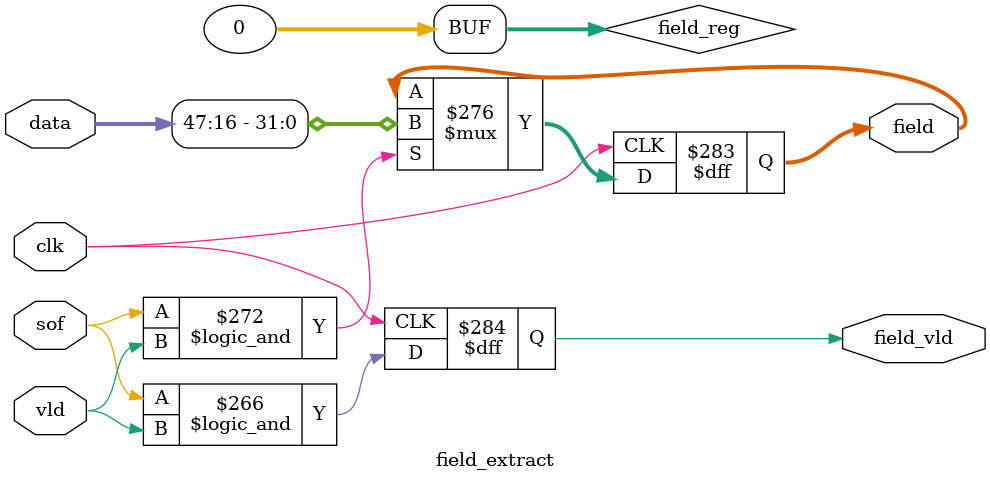
<source format=v>
/**
 * Extract a field of BYTES width from an incoming packet at offset OFFSET.
 * Provides the field and asserts valid when field has been extracted.
 *
 * Valid is asserted for a single cycle as soon as the field is 'valid'.
 *
 * (c) 2015 Exablaze Pty Ltd
 */
module field_extract
#
(
  parameter BYTES = 4,
  parameter OFFSET = 2,
  parameter MAX_OFFSET = BYTES + OFFSET
)
(
  input                     clk,
  input   [63:0]            data,
  input                     sof,
  input                     vld,

  output reg [BYTES*8-1:0]  field,
  output reg                field_vld = 0
);


/* Count of number of cycles (sets of 8 bytes). */
reg [7:0] count = 0;
reg [BYTES*8-1:0] field_reg = 0;
genvar i;

always @ (posedge clk) begin
  if (sof & vld) begin
    count <= 0;
  end else if (vld) begin
    count <= count + 1;
  end
end

/* Choose byte offset from input data. */
function [2:0] INPUT_OFFSET_THIS_BEAT;
  input [7:0] beat;
begin
  if (beat == OFFSET[10:3])
    INPUT_OFFSET_THIS_BEAT = OFFSET[2:0];
  else
    INPUT_OFFSET_THIS_BEAT = 0;
end endfunction

/* Get offset byte in the output data. */
function [7:0] OUTPUT_OFFSET_THIS_BEAT;
  input [7:0] beat;
  integer first_beat_bytes;
begin
  first_beat_bytes = 8 - OFFSET[2:0];
  OUTPUT_OFFSET_THIS_BEAT = 0;
  if (beat > OFFSET[10:3]) begin
    OUTPUT_OFFSET_THIS_BEAT = first_beat_bytes + (beat - OFFSET[10:3] - 1)*8;
  end
end endfunction

/* Determine the number of bytes we need to extract on a given beat of the
 * input data. */
function [7:0] BYTES_THIS_BEAT;
  input [7:0] beat;
begin

  if (beat == OFFSET[10:3]) begin
    /* First beat on any alignment. */
    BYTES_THIS_BEAT = (8 - OFFSET[2:0]) > BYTES ?
                        BYTES : (8 - OFFSET[2:0]);
  end else if (beat > OFFSET[10:3] && beat < MAX_OFFSET[10:3] + 1) begin
    /* Intermediate or last beat of valid data. */
    if (beat == MAX_OFFSET[10:3]) begin
      /* Final beat may not incorporate all bytes. */
      BYTES_THIS_BEAT = MAX_OFFSET[2:0];
    end else begin
      /* All intermediate beats include all bytes. */
      BYTES_THIS_BEAT = 8;
    end
  end else begin
    BYTES_THIS_BEAT = 0;
  end
end endfunction

generate begin : gen_extractor
  for (i = 0; i < 255; i = i + 1) begin : gen_extractor_loop
    /* Each generated register here examines beat I of the frame. */
    if (BYTES_THIS_BEAT(i) != 0) begin
      always @ (posedge clk) begin
        if ( ((sof && i == 0) || (i > 0 && count == i-1)) && vld) begin
          field[OUTPUT_OFFSET_THIS_BEAT(i)*8 + BYTES_THIS_BEAT(i)*8 - 1 -:
                      BYTES_THIS_BEAT(i)*8] <=
                        data[63:(INPUT_OFFSET_THIS_BEAT(i)*8)];
        end
      end
    end
  end
end endgenerate

always @ (posedge clk) begin
  if (MAX_OFFSET < 9)
    field_vld <= sof && vld;
  else
    field_vld <= vld && (count == MAX_OFFSET[10:3] - 1) && !sof;
end

endmodule

</source>
